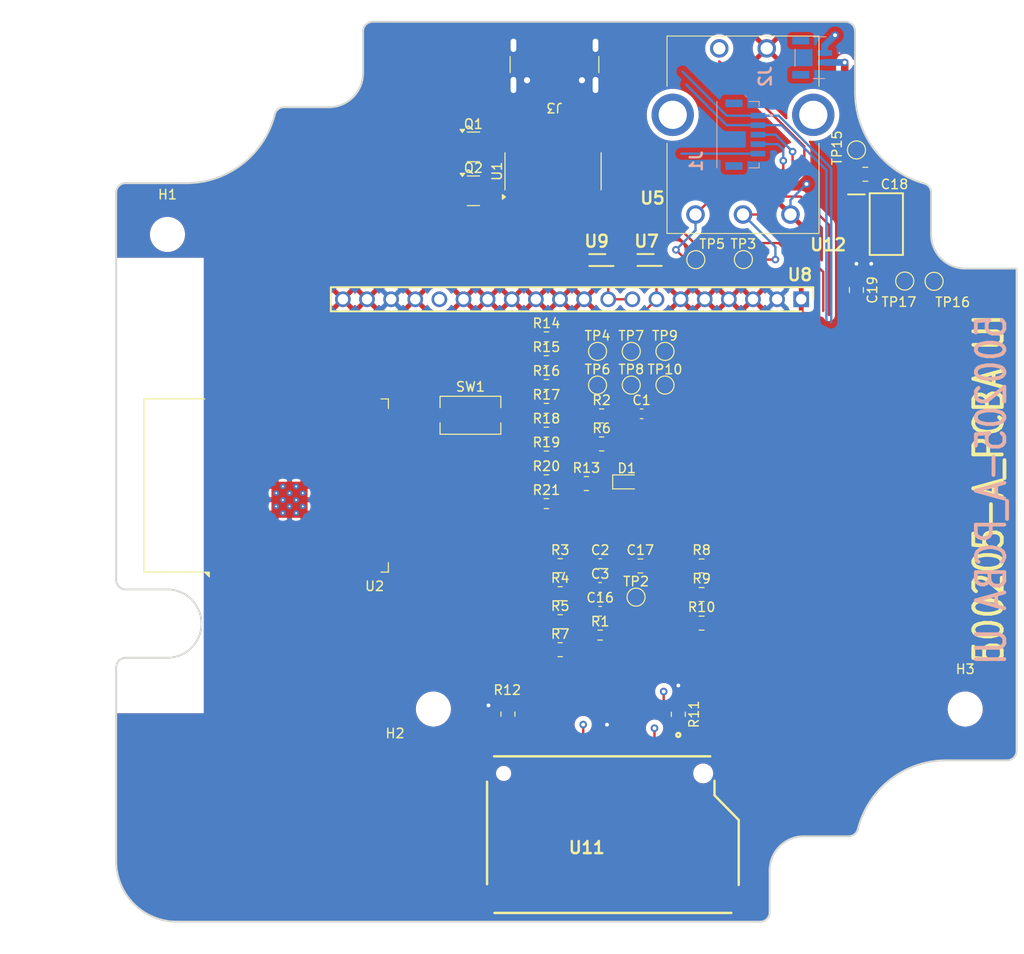
<source format=kicad_pcb>
(kicad_pcb (version 20241229) (generator "pcbnew") (generator_version "9.0")
  (layers (0 "F.Cu" signal) (2 "B.Cu" signal) (13 "F.Paste" user) (15 "B.Paste" user) (5 "F.SilkS" user "F.Silkscreen") (7 "B.SilkS" user "B.Silkscreen") (1 "F.Mask" user) (3 "B.Mask" user) (25 "Edge.Cuts" user))
  (net 0 "")
  (net 1 "Net-(C1-Pad1)")
  (net 2 "GND")
  (net 3 "VBUS")
  (net 4 "Net-(U1-V3)")
  (net 5 "+3V3")
  (net 6 "Net-(D1-A)")
  (net 7 "Net-(U1-UD-)")
  (net 8 "+5V")
  (net 9 "MTR_PID1")
  (net 10 "MTR_PID2")
  (net 11 "BLWR_PID")
  (net 12 "HTR_PID")
  (net 13 "THRM")
  (net 17 "Net-(J3-CC2)")
  (net 18 "CH{slash}B ENC")
  (net 19 "CH{slash}A ENC")
  (net 20 "SW ENC")
  (net 21 "SCL_DISP")
  (net 22 "SDA_DISP")
  (net 23 "{slash}RES_DISP")
  (net 24 "SD_CS")
  (net 25 "SD_CARD_DET")
  (net 26 "Net-(U1-UD+)")
  (net 28 "Net-(J3-CC1)")
  (net 29 "Net-(Q1-B)")
  (net 30 "Net-(Q1-E)")
  (net 31 "Net-(Q1-C)")
  (net 32 "Net-(Q2-C)")
  (net 33 "Net-(Q2-E)")
  (net 34 "Net-(Q2-B)")
  (net 35 "/Microcontroller/EN")
  (net 36 "Net-(U2-IO5)")
  (net 37 "Net-(U1-TXD)")
  (net 38 "/Microcontroller/UART_RXD")
  (net 39 "Net-(U1-RXD)")
  (net 40 "/Microcontroller/UART_TXD")
  (net 41 "/Microcontroller/BOOT")
  (net 62 "SD_SCLK")
  (net 63 "SD_MISO")
  (net 64 "SD_MOSI")
  (footprint "Resistor_SMD:R_0805_2012Metric" (layer "F.Cu") (at 93.85 125.53 -90)
    (property "Reference" "R12")
    (property "Value" "10K")
  )
  (footprint "TestPoint:TestPoint_Pad_D1.5mm" (layer "F.Cu") (at 138.72 79.94)
    (property "Reference" "TP16")
    (property "Value" "TestPoint")
  )
  (footprint "Resistor_SMD:R_0603_1608Metric" (layer "F.Cu") (at 97.9025 103.36)
    (property "Reference" "R21")
    (property "Value" "330")
  )
  (footprint "LED_SMD:LED_0603_1608Metric" (layer "F.Cu") (at 106.3625 101.07)
    (property "Reference" "D1")
    (property "Value" "LED")
  )
  (footprint "PESD3V3L1BA:SOD2512X110N" (layer "F.Cu") (at 103.26 77.7 180)
    (property "Reference" "U9")
    (property "Value" "PESD3V3L1BA" (hide yes))
  )
  (footprint "Resistor_SMD:R_0805_2012Metric" (layer "F.Cu") (at 99.35 118.75)
    (property "Reference" "R7")
    (property "Value" "10K")
  )
  (footprint "Capacitor_SMD:C_0603_1608Metric" (layer "F.Cu") (at 107.925 93.9)
    (property "Reference" "C1")
    (property "Value" "100 nF")
  )
  (footprint "Package_SO:SOIC-16_3.9x9.9mm_P1.27mm" (layer "F.Cu") (at 98.6 68.35 90)
    (property "Reference" "U1")
    (property "Value" "CH340C")
  )
  (footprint "Package_TO_SOT_SMD:SOT-23" (layer "F.Cu") (at 90.2125 65.775)
    (property "Reference" "Q1")
    (property "Value" "SS8050")
  )
  (footprint "TestPoint:TestPoint_Pad_D1.5mm" (layer "F.Cu") (at 130.55 66.1)
    (property "Reference" "TP15")
    (property "Value" "TestPoint")
  )
  (footprint "Resistor_SMD:R_0603_1608Metric" (layer "F.Cu") (at 97.9025 95.83)
    (property "Reference" "R18")
    (property "Value" "5.1k")
  )
  (footprint "TestPoint:TestPoint_Pad_D1.5mm" (layer "F.Cu") (at 118.64 77.65)
    (property "Reference" "TP3")
    (property "Value" "TestPoint")
  )
  (footprint "DW-20-07-T-S-200:HDRV20W64P0X254_1X20_5080X254X1067P" (layer "F.Cu") (at 124.73 81.83)
    (property "Reference" "U8")
    (property "Value" "DW-20-07-T-S-200" (hide yes))
  )
  (footprint "MountingHole:MountingHole_3.2mm_M3" (layer "F.Cu") (at 142 125)
    (property "Reference" "H3")
    (property "Value" "3.2 mm Mounting Hole")
  )
  (footprint "TestPoint:TestPoint_Pad_D1.5mm" (layer "F.Cu") (at 106.835 90.87)
    (property "Reference" "TP8")
    (property "Value" "TestPoint")
  )
  (footprint "Package_TO_SOT_SMD:SOT-23" (layer "F.Cu") (at 90.2125 70.4)
    (property "Reference" "Q2")
    (property "Value" "SS8050")
  )
  (footprint "Connector_USB:USB_C_Receptacle_GCT_USB4105-xx-A_16P_TopMnt_Horizontal" (layer "F.Cu") (at 98.75 56.15 180)
    (property "Reference" "J3")
    (property "Value" "KH-TYPE-C-16P")
  )
  (footprint "Resistor_SMD:R_0603_1608Metric" (layer "F.Cu") (at 97.9025 90.81)
    (property "Reference" "R16")
    (property "Value" "5.1k")
  )
  (footprint "Resistor_SMD:R_0603_1608Metric" (layer "F.Cu") (at 97.9025 100.85)
    (property "Reference" "R20")
    (property "Value" "10k")
  )
  (footprint "TestPoint:TestPoint_Pad_D1.5mm" (layer "F.Cu") (at 107.34 113.21)
    (property "Reference" "TP2")
    (property "Value" "TestPoint")
  )
  (footprint "Resistor_SMD:R_0805_2012Metric" (layer "F.Cu") (at 103.715 97.07)
    (property "Reference" "R6")
    (property "Value" "10K")
  )
  (footprint "PEC16-4215F-S0024:PEC164120FS0012" (layer "F.Cu") (at 113.6 72.9)
    (property "Reference" "U5")
    (property "Value" "PEC16-4215F-S0024" (hide yes))
  )
  (footprint "Resistor_SMD:R_0805_2012Metric" (layer "F.Cu") (at 103.715 94.12)
    (property "Reference" "R2")
    (property "Value" "10K")
  )
  (footprint "TestPoint:TestPoint_Pad_D1.5mm" (layer "F.Cu") (at 110.385 87.32)
    (property "Reference" "TP9")
    (property "Value" "TestPoint")
  )
  (footprint "Capacitor_SMD:C_0603_1608Metric" (layer "F.Cu") (at 103.56 114.7)
    (property "Reference" "C16")
    (property "Value" "100 nF")
  )
  (footprint "Resistor_SMD:R_0805_2012Metric" (layer "F.Cu") (at 102.1125 101.25)
    (property "Reference" "R13")
    (property "Value" "1K")
  )
  (footprint "Resistor_SMD:R_0805_2012Metric" (layer "F.Cu") (at 99.35 112.85)
    (property "Reference" "R4")
    (property "Value" "10K")
  )
  (footprint "Resistor_SMD:R_0805_2012Metric" (layer "F.Cu") (at 99.35 115.8)
    (property "Reference" "R5")
    (property "Value" "10K")
  )
  (footprint "Resistor_SMD:R_0603_1608Metric" (layer "F.Cu") (at 97.9025 98.34)
    (property "Reference" "R19")
    (property "Value" "5.1k")
  )
  (footprint "Capacitor_SMD:C_0805_2012Metric" (layer "F.Cu") (at 130.54 80.85 -90)
    (property "Reference" "C19")
    (property "Value" "1 uF")
  )
  (footprint "Capacitor_SMD:C_0603_1608Metric" (layer "F.Cu") (at 103.56 112.19)
    (property "Reference" "C3")
    (property "Value" "0.1uF")
  )
  (footprint "Resistor_SMD:R_0805_2012Metric" (layer "F.Cu") (at 99.35 109.9)
    (property "Reference" "R3")
    (property "Value" "1K")
  )
  (footprint "Capacitor_SMD:C_0805_2012Metric" (layer "F.Cu") (at 131.48 68.66)
    (property "Reference" "C18")
    (property "Value" "4.4 uF")
  )
  (footprint "Capacitor_SMD:C_0805_2012Metric" (layer "F.Cu") (at 114.24 115.95)
    (property "Reference" "R10")
    (property "Value" "10K")
  )
  (footprint "MCP1826ST-3302E_DB:SOT230P700X180-4N" (layer "F.Cu") (at 133.69 73.91)
    (property "Reference" "U12")
    (property "Value" "MCP1826ST-3302E_DB" (hide yes))
  )
  (footprint "MountingHole:MountingHole_3.2mm_M3" (layer "F.Cu") (at 58 75)
    (property "Reference" "H1")
    (property "Value" "3.2 mm Mounting Hole")
  )
  (footprint "Resistor_SMD:R_0805_2012Metric" (layer "F.Cu") (at 111.79 125.56 -90)
    (property "Reference" "R11")
    (property "Value" "10K")
  )
  (footprint "RF_Module:ESP32-WROOM-32D" (layer "F.Cu") (at 71.38 101.45 90)
    (property "Reference" "U2")
    (property "Value" "ESP32-WROOM-32E")
  )
  (footprint "Resistor_SMD:R_0603_1608Metric" (layer "F.Cu") (at 103.56 117.21)
    (property "Reference" "R1")
    (property "Value" "5.1k")
  )
  (footprint "TestPoint:TestPoint_Pad_D1.5mm" (layer "F.Cu") (at 135.63 79.91)
    (property "Reference" "TP17")
    (property "Value" "TestPoint")
  )
  (footprint "Capacitor_SMD:C_0603_1608Metric" (layer "F.Cu") (at 103.56 109.68)
    (property "Reference" "C2")
    (property "Value" "0.1uF")
  )
  (footprint "TestPoint:TestPoint_Pad_D1.5mm" (layer "F.Cu") (at 110.385 90.87)
    (property "Reference" "TP10")
    (property "Value" "TestPoint")
  )
  (footprint "TestPoint:TestPoint_Pad_D1.5mm" (layer "F.Cu") (at 113.63 77.66)
    (property "Reference" "TP5")
    (property "Value" "TestPoint")
  )
  (footprint "Capacitor_SMD:C_0805_2012Metric" (layer "F.Cu") (at 114.24 109.93)
    (property "Reference" "R8")
    (property "Value" "10K")
  )
  (footprint "Resistor_SMD:R_0603_1608Metric" (layer "F.Cu") (at 97.9025 85.79)
    (property "Reference" "R14")
    (property "Value" "330")
  )
  (footprint "6930630220911:693063020911" (layer "F.Cu") (at 104.9 129.9805)
    (property "Reference" "U11")
    (property "Value" "693063020911" (hide yes))
  )
  (footprint "TestPoint:TestPoint_Pad_D1.5mm" (layer "F.Cu") (at 103.285 87.32)
    (property "Reference" "TP4")
    (property "Value" "TestPoint")
  )
  (footprint "Button_Switch_SMD:SW_Tactile_SPST_NO_Straight_CK_PTS636Sx25SMTRLFS" (layer "F.Cu") (at 89.9 94.05)
    (property "Reference" "SW1")
    (property "Value" "EN")
  )
  (footprint "TestPoint:TestPoint_Pad_D1.5mm" (layer "F.Cu") (at 106.835 87.32)
    (property "Reference" "TP7")
    (property "Value" "TestPoint")
  )
  (footprint "Capacitor_SMD:C_0805_2012Metric" (layer "F.Cu") (at 107.79 109.93)
    (property "Reference" "C17")
    (property "Value" "10 uF")
  )
  (footprint "Resistor_SMD:R_0603_1608Metric" (layer "F.Cu") (at 97.9025 88.3)
    (property "Reference" "R15")
    (property "Value" "330")
  )
  (footprint "PESD3V3L1BA:SOD2512X110N" (layer "F.Cu") (at 108.34 77.69 180)
    (property "Reference" "U7")
    (property "Value" "PESD3V3L1BA" (hide yes))
  )
  (footprint "MountingHole:MountingHole_3.2mm_M3" (layer "F.Cu") (at 86 125)
    (property "Reference" "H2")
    (property "Value" "3.2 mm Mounting Hole")
  )
  (footprint "Resistor_SMD:R_0603_1608Metric" (layer "F.Cu") (at 97.9025 93.32)
    (property "Reference" "R17")
    (property "Value" "330")
  )
  (footprint "TestPoint:TestPoint_Pad_D1.5mm" (layer "F.Cu") (at 103.285 90.87)
    (property "Reference" "TP6")
    (property "Value" "TestPoint")
  )
  (footprint "Capacitor_SMD:C_0805_2012Metric" (layer "F.Cu") (at 114.24 112.94)
    (property "Reference" "R9")
    (property "Value" "10K")
  )
  (footprint "T1M-02-F-SV-L:T1M02FSVL" (layer "B.Cu") (at 125.7 56.38 -90)
    (property "Reference" "J2")
    (property "Value" "T1M-02-F-SV-L" (hide yes))
  )
  (footprint "T1M-05-F-SV-L:T1M05FSVL" (layer "B.Cu") (at 116.75 64.49 -90)
    (property "Reference" "J1")
    (property "Value" "T1M-05-F-SV-L" (hide yes))
  )
  (gr_arc (start 130.693266 137.645283) (mid 134.102767 132.424867) (end 140 130.4) (stroke (width 0.2)) (layer "Edge.Cuts"))
  (gr_arc (start 69.306735 62.354717) (mid 69.661891 61.810924) (end 70.276186 61.6) (stroke (width 0.2)) (layer "Edge.Cuts"))
  (gr_arc (start 69.306735 62.354717) (mid 65.897233 67.575133) (end 60 69.6) (stroke (width 0.2)) (layer "Edge.Cuts"))
  (gr_line (start 130.4 60.016995) (end 130.4 53.6) (stroke (width 0.2)) (layer "Edge.Cuts"))
  (gr_line (start 146.4 130.4) (end 140 130.4) (stroke (width 0.2)) (layer "Edge.Cuts"))
  (gr_line (start 138.4 70.6) (end 138.4 75) (stroke (width 0.2)) (layer "Edge.Cuts"))
  (gr_arc (start 52.6 70.6) (mid 52.892894 69.892894) (end 53.6 69.6) (stroke (width 0.2)) (layer "Edge.Cuts"))
  (gr_arc (start 59 147.4) (mid 54.474517 145.525483) (end 52.6 141) (stroke (width 0.2)) (layer "Edge.Cuts"))
  (gr_arc (start 78.6 58) (mid 77.545585 60.545585) (end 75 61.6) (stroke (width 0.2)) (layer "Edge.Cuts"))
  (gr_arc (start 129.4 52.6) (mid 130.107106 52.892894) (end 130.4 53.6) (stroke (width 0.2)) (layer "Edge.Cuts"))
  (gr_arc (start 121.4 142) (mid 122.454416 139.454416) (end 125 138.4) (stroke (width 0.2)) (layer "Edge.Cuts"))
  (gr_arc (start 58 112.4) (mid 61.6 116) (end 58 119.6) (stroke (width 0.2)) (layer "Edge.Cuts"))
  (gr_arc (start 142 78.6) (mid 139.454416 77.545584) (end 138.4 75) (stroke (width 0.2)) (layer "Edge.Cuts"))
  (gr_arc (start 52.6 120.6) (mid 52.892894 119.892894) (end 53.6 119.6) (stroke (width 0.2)) (layer "Edge.Cuts"))
  (gr_arc (start 130.693266 137.645283) (mid 130.33811 138.189077) (end 129.723814 138.4) (stroke (width 0.2)) (layer "Edge.Cuts"))
  (gr_arc (start 121.4 146.4) (mid 121.107107 147.107107) (end 120.4 147.4) (stroke (width 0.2)) (layer "Edge.Cuts"))
  (gr_line (start 52.6 70.6) (end 52.6 111.4) (stroke (width 0.2)) (layer "Edge.Cuts"))
  (gr_arc (start 137.672727 69.637909) (mid 138.197724 69.996978) (end 138.4 70.6) (stroke (width 0.2)) (layer "Edge.Cuts"))
  (gr_arc (start 147.4 129.4) (mid 147.107107 130.107107) (end 146.4 130.4) (stroke (width 0.2)) (layer "Edge.Cuts"))
  (gr_line (start 121.4 146.4) (end 121.4 142) (stroke (width 0.2)) (layer "Edge.Cuts"))
  (gr_arc (start 78.6 53.6) (mid 78.892894 52.892894) (end 79.6 52.6) (stroke (width 0.2)) (layer "Edge.Cuts"))
  (gr_line (start 147.4 78.6) (end 147.4 129.4) (stroke (width 0.2)) (layer "Edge.Cuts"))
  (gr_line (start 70.276186 61.6) (end 75 61.6) (stroke (width 0.2)) (layer "Edge.Cuts"))
  (gr_line (start 58 112.4) (end 53.6 112.4) (stroke (width 0.2)) (layer "Edge.Cuts"))
  (gr_line (start 147.4 78.6) (end 142 78.6) (stroke (width 0.2)) (layer "Edge.Cuts"))
  (gr_line (start 120.4 147.4) (end 59 147.4) (stroke (width 0.2)) (layer "Edge.Cuts"))
  (gr_line (start 78.6 53.6) (end 78.6 58) (stroke (width 0.2)) (layer "Edge.Cuts"))
  (gr_line (start 52.6 120.6) (end 52.6 141) (stroke (width 0.2)) (layer "Edge.Cuts"))
  (gr_arc (start 53.6 112.4) (mid 52.892893 112.107107) (end 52.6 111.4) (stroke (width 0.2)) (layer "Edge.Cuts"))
  (gr_line (start 129.4 52.6) (end 79.6 52.6) (stroke (width 0.2)) (layer "Edge.Cuts"))
  (gr_line (start 129.723814 138.4) (end 125 138.4) (stroke (width 0.2)) (layer "Edge.Cuts"))
  (gr_line (start 53.6 69.6) (end 60 69.6) (stroke (width 0.2)) (layer "Edge.Cuts"))
  (gr_line (start 58 119.6) (end 53.6 119.6) (stroke (width 0.2)) (layer "Edge.Cuts"))
  (gr_arc (start 137.672727 69.637909) (mid 132.42276 66.047222) (end 130.4 60.016995) (stroke (width 0.2)) (layer "Edge.Cuts"))
  (gr_text "500205-A_PCBA UI" (at 144.48 101.81 90) (layer "F.SilkS") (effects (font (size 3 2.5) (thickness 0.4))))
  (gr_text "500205-A_PCBA UI" (at 144.75 101.94 90) (layer "B.SilkS") (effects (font (size 3 2.5) (thickness 0.4)) (justify mirror)))
  (gr_text "" (at 105.85 149.664 0) (layer "Edge.Cuts") (effects (font (size 3.047999 2.7432) (thickness 0.380999)) (justify top)))
  (segment (start 136.84 73.91) (end 136.84 78.06) (width 0.25) (layer "F.Cu") (net 2))
  (segment (start 136.84 78.06) (end 138.72 79.94) (width 0.25) (layer "F.Cu") (net 2))
  (via (at 128.29 54.01) (size 0.8) (drill 0.4) (layers "F.Cu" "B.Cu") (net 2))
  (via (at 125.28 69.69) (size 0.8) (drill 0.4) (layers "F.Cu" "B.Cu") (net 2))
  (segment (start 127.2 55.88) (end 127.2 55.1) (width 0.7) (layer "B.Cu") (net 2))
  (segment (start 127.2 55.1) (end 128.29 54.01) (width 0.7) (layer "B.Cu") (net 2))
  (segment (start 123.6 72.9) (end 123.6 71.37) (width 0.25) (layer "B.Cu") (net 2))
  (segment (start 123.6 71.37) (end 125.28 69.69) (width 0.25) (layer "B.Cu") (net 2))
  (segment (start 104.275 128.9805) (end 104.275 126.655) (width 0.25) (layer "F.Cu") (net 5))
  (segment (start 135.63 79.91) (end 130.55 79.91) (width 0.25) (layer "F.Cu") (net 5))
  (segment (start 111.79 124.6475) (end 111.79 122.52) (width 0.25) (layer "F.Cu") (net 5))
  (segment (start 130.54 78.09) (end 132.1 78.09) (width 1) (layer "F.Cu") (net 5))
  (segment (start 104.275 126.655) (end 104.28 126.65) (width 0.25) (layer "F.Cu") (net 5))
  (segment (start 91.8025 124.6175) (end 91.8 124.62) (width 0.25) (layer "F.Cu") (net 5))
  (segment (start 130.54 78.09) (end 130.54 79.9) (width 1) (layer "F.Cu") (net 5))
  (segment (start 130.55 79.91) (end 130.54 79.9) (width 0.25) (layer "F.Cu") (net 5))
  (segment (start 93.85 124.6175) (end 91.8025 124.6175) (width 0.25) (layer "F.Cu") (net 5))
  (segment (start 130.54 76.21) (end 130.54 78.09) (width 1) (layer "F.Cu") (net 5))
  (via (at 132.1 78.09) (size 0.8) (drill 0.4) (layers "F.Cu" "B.Cu") (net 5))
  (via (at 104.28 126.65) (size 0.8) (drill 0.4) (layers "F.Cu" "B.Cu") (net 5))
  (via (at 91.8 124.62) (size 0.8) (drill 0.4) (layers "F.Cu" "B.Cu") (net 5))
  (via (at 111.79 122.52) (size 0.8) (drill 0.4) (layers "F.Cu" "B.Cu") (net 5))
  (via (at 130.54 78.09) (size 0.8) (drill 0.4) (layers "F.Cu" "B.Cu") (net 5))
  (segment (start 129.31 56.88) (end 129.31 64.86) (width 0.8) (layer "F.Cu") (net 8))
  (segment (start 130.54 70.06) (end 130.54 68.67) (width 0.8) (layer "F.Cu") (net 8))
  (segment (start 130.55 66.1) (end 130.55 68.64) (width 0.8) (layer "F.Cu") (net 8))
  (segment (start 130.54 68.67) (end 130.53 68.66) (width 0.25) (layer "F.Cu") (net 8))
  (segment (start 130.54 71.61) (end 130.54 70.06) (width 0.8) (layer "F.Cu") (net 8))
  (segment (start 130.55 68.64) (end 130.53 68.66) (width 0.8) (layer "F.Cu") (net 8))
  (segment (start 129.31 64.86) (end 130.55 66.1) (width 0.8) (layer "F.Cu") (net 8))
  (via (at 129.31 56.88) (size 0.8) (drill 0.4) (layers "F.Cu" "B.Cu") (net 8))
  (segment (start 127.2 56.88) (end 129.31 56.88) (width 0.7) (layer "B.Cu") (net 8))
  (segment (start 120.175 62.49) (end 116.88 62.49) (width 0.25) (layer "B.Cu") (net 9))
  (segment (start 116.88 62.49) (end 112.23 57.84) (width 0.25) (layer "B.Cu") (net 9))
  (segment (start 127.89 68.02) (end 127.89 84.27) (width 0.25) (layer "B.Cu") (net 9))
  (segment (start 120.175 62.49) (end 122.36 62.49) (width 0.25) (layer "B.Cu") (net 9))
  (segment (start 122.36 62.49) (end 127.89 68.02) (width 0.25) (layer "B.Cu") (net 9))
  (segment (start 116.88 63.49) (end 112.6 59.21) (width 0.25) (layer "B.Cu") (net 10))
  (segment (start 127.38 68.23) (end 127.38 84.04) (width 0.25) (layer "B.Cu") (net 10))
  (segment (start 122.64 63.49) (end 127.38 68.23) (width 0.25) (layer "B.Cu") (net 10))
  (segment (start 120.175 63.49) (end 116.88 63.49) (width 0.25) (layer "B.Cu") (net 10))
  (segment (start 122.6 63.49) (end 122.64 63.49) (width 0.25) (layer "B.Cu") (net 10))
  (segment (start 120.175 63.49) (end 122.6 63.49) (width 0.25) (layer "B.Cu") (net 10))
  (segment (start 122.38 69.45) (end 123.82 68.01) (width 0.25) (layer "F.Cu") (net 11))
  (segment (start 123.82 68.01) (end 123.82 66.28) (width 0.25) (layer "F.Cu") (net 11))
  (via (at 123.82 66.28) (size 0.8) (drill 0.4) (layers "F.Cu" "B.Cu") (net 11))
  (segment (start 123.82 66.28) (end 122.03 64.49) (width 0.25) (layer "B.Cu") (net 11))
  (segment (start 122.03 64.49) (end 120.175 64.49) (width 0.25) (layer "B.Cu") (net 11))
  (segment (start 122 68.94) (end 122.84 68.1) (width 0.25) (layer "F.Cu") (net 12))
  (segment (start 122.84 68.1) (end 122.84 67.24) (width 0.25) (layer "F.Cu") (net 12))
  (via (at 122.84 67.24) (size 0.8) (drill 0.4) (layers "F.Cu" "B.Cu") (net 12))
  (segment (start 122.84 66.06) (end 122.27 65.49) (width 0.25) (layer "B.Cu") (net 12))
  (segment (start 122.84 67.24) (end 122.84 66.06) (width 0.25) (layer "B.Cu") (net 12))
  (segment (start 122.27 65.49) (end 120.175 65.49) (width 0.25) (layer "B.Cu") (net 12))
  (segment (start 112.11 66.49) (end 120.175 66.49) (width 0.25) (layer "B.Cu") (net 13))
  (segment (start 122.01 77.65) (end 118.64 77.65) (width 0.25) (layer "F.Cu") (net 18))
  (segment (start 118.6 72.9) (end 120.99 72.9) (width 0.25) (layer "F.Cu") (net 18))
  (segment (start 127.05 78.96) (end 127.05 83.06) (width 0.25) (layer "F.Cu") (net 18))
  (segment (start 120.99 72.9) (end 127.05 78.96) (width 0.25) (layer "F.Cu") (net 18))
  (via (at 122.01 77.65) (size 0.8) (drill 0.4) (layers "F.Cu" "B.Cu") (net 18))
  (segment (start 122.01 76.31) (end 122.01 77.65) (width 0.25) (layer "B.Cu") (net 18))
  (segment (start 118.6 72.9) (end 122.01 76.31) (width 0.25) (layer "B.Cu") (net 18))
  (segment (start 127.65 73.99) (end 127.65 83.49) (width 0.25) (layer "F.Cu") (net 19))
  (segment (start 112.58 77.66) (end 113.63 77.66) (width 0.25) (layer "F.Cu") (net 19))
  (segment (start 115.49 71.01) (end 124.67 71.01) (width 0.25) (layer "F.Cu") (net 19))
  (segment (start 111.54 76.62) (end 112.58 77.66) (width 0.25) (layer "F.Cu") (net 19))
  (segment (start 124.67 71.01) (end 127.65 73.99) (width 0.25) (layer "F.Cu") (net 19))
  (segment (start 113.6 72.9) (end 115.49 71.01) (width 0.25) (layer "F.Cu") (net 19))
  (via (at 111.54 76.62) (size 0.8) (drill 0.4) (layers "F.Cu" "B.Cu") (net 19))
  (segment (start 113.6 72.9) (end 113.6 74.56) (width 0.25) (layer "B.Cu") (net 19))
  (segment (start 113.6 74.56) (end 111.54 76.62) (width 0.25) (layer "B.Cu") (net 19))
  (segment (start 111.6 74.04) (end 113.47 75.91) (width 0.25) (layer "F.Cu") (net 20))
  (segment (start 125.06 65.73) (end 125.06 67.87) (width 0.25) (layer "F.Cu") (net 20))
  (segment (start 113.47 75.91) (end 122.36 75.91) (width 0.25) (layer "F.Cu") (net 20))
  (segment (start 113.31 70.2) (end 111.6 71.91) (width 0.25) (layer "F.Cu") (net 20))
  (segment (start 125.06 67.87) (end 122.73 70.2) (width 0.25) (layer "F.Cu") (net 20))
  (segment (start 122.36 75.91) (end 126.44 79.99) (width 0.25) (layer "F.Cu") (net 20))
  (segment (start 122.73 70.2) (end 113.31 70.2) (width 0.25) (layer "F.Cu") (net 20))
  (segment (start 116.1 56.77) (end 125.06 65.73) (width 0.25) (layer "F.Cu") (net 20))
  (segment (start 126.44 79.99) (end 126.44 82.73) (width 0.25) (layer "F.Cu") (net 20))
  (segment (start 111.6 71.91) (end 111.6 74.04) (width 0.25) (layer "F.Cu") (net 20))
  (segment (start 109.49 77.69) (end 109.49 81.83) (width 0.25) (layer "F.Cu") (net 21))
  (segment (start 107.73 83.59) (end 109.49 81.83) (width 0.25) (layer "F.Cu") (net 21))
  (segment (start 104.41 81.83) (end 106.95 81.83) (width 0.25) (layer "F.Cu") (net 22))
  (segment (start 104.41 77.7) (end 104.41 81.83) (width 0.25) (layer "F.Cu") (net 22))
  (segment (start 111.775 128.9805) (end 111.775 126.4875) (width 0.25) (layer "F.Cu") (net 24))
  (segment (start 110.25 123.16) (end 110.25 126.11) (width 0.25) (layer "F.Cu") (net 24))
  (segment (start 110.63 126.49) (end 111.7725 126.49) (width 0.25) (layer "F.Cu") (net 24))
  (segment (start 111.775 126.4875) (end 111.79 126.4725) (width 0.25) (layer "F.Cu") (net 24))
  (segment (start 111.7725 126.49) (end 111.79 126.4725) (width 0.25) (layer "F.Cu") (net 24))
  (segment (start 110.25 126.11) (end 110.63 126.49) (width 0.25) (layer "F.Cu") (net 24))
  (via (at 110.25 123.16) (size 0.8) (drill 0.4) (layers "F.Cu" "B.Cu") (net 24))
  (segment (start 93.85 128.9805) (end 93.85 126.4425) (width 0.25) (layer "F.Cu") (net 25))
  (segment (start 101.775 128.9805) (end 101.775 126.635) (width 0.25) (layer "F.Cu") (net 62))
  (via (at 101.775 126.635) (size 0.8) (drill 0.4) (layers "F.Cu" "B.Cu") (net 62))
  (segment (start 109.28 128.9755) (end 109.275 128.9805) (width 0.25) (layer "F.Cu") (net 64))
  (segment (start 109.28 127.02) (end 109.28 128.9755) (width 0.25) (layer "F.Cu") (net 64))
  (via (at 109.28 127.02) (size 0.8) (drill 0.4) (layers "F.Cu" "B.Cu") (net 64))
  (zone (net 2) (net_name "GND") (layer "F.Cu") (connect_pads (clearance 0.508)) (min_thickness 0.254) (fill yes (thermal_gap 0.508) (thermal_bridge_width 0.508))
    (polygon (pts (xy 147.84 148.03) (xy 52.11 148.03) (xy 52.13 51.96) (xy 147.93 51.96)))
  )
  (zone (net 5) (net_name "+3V3") (layer "B.Cu") (connect_pads (clearance 0.508)) (min_thickness 0.254) (fill yes (thermal_gap 0.508) (thermal_bridge_width 0.508))
    (polygon (pts (xy 148.2 51.5) (xy 148.21 148.91) (xy 51.61 148.84) (xy 51.61 51.44)))
  )
)
</source>
